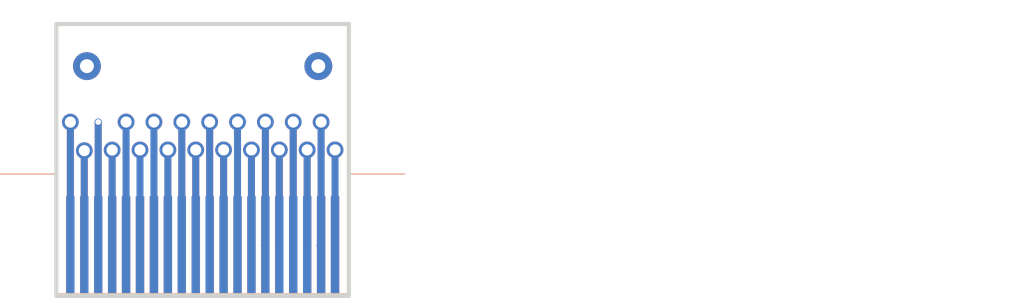
<source format=kicad_pcb>
(kicad_pcb (version 20171130) (host pcbnew "(5.1.6-0-10_14)")

  (general
    (thickness 0.4)
    (drawings 6)
    (tracks 115)
    (zones 0)
    (modules 6)
    (nets 1)
  )

  (page A4)
  (title_block
    (company "Universidade Federal de Minas Gerais")
    (comment 2 "Márcio Flávio Dutra Moraes")
    (comment 3 "Leonardo de Oliveira Guarnieri")
    (comment 4 "Flávio Afonso Gonçalves Mourão")
  )

  (layers
    (0 F.Cu signal)
    (31 B.Cu signal)
    (32 B.Adhes user)
    (33 F.Adhes user)
    (34 B.Paste user)
    (35 F.Paste user)
    (36 B.SilkS user)
    (37 F.SilkS user)
    (38 B.Mask user)
    (39 F.Mask user)
    (40 Dwgs.User user hide)
    (41 Cmts.User user)
    (42 Eco1.User user)
    (43 Eco2.User user)
    (44 Edge.Cuts user)
    (45 Margin user)
    (46 B.CrtYd user hide)
    (47 F.CrtYd user hide)
    (48 B.Fab user hide)
    (49 F.Fab user hide)
  )

  (setup
    (last_trace_width 0.25)
    (user_trace_width 0.3)
    (trace_clearance 0.19)
    (zone_clearance 0.508)
    (zone_45_only no)
    (trace_min 0.2)
    (via_size 0.6)
    (via_drill 0.4)
    (via_min_size 0.25)
    (via_min_drill 0.125)
    (user_via 0.25 0.125)
    (uvia_size 0.3)
    (uvia_drill 0.1)
    (uvias_allowed no)
    (uvia_min_size 0.2)
    (uvia_min_drill 0.1)
    (edge_width 0.15)
    (segment_width 0.2)
    (pcb_text_width 0.3)
    (pcb_text_size 1.5 1.5)
    (mod_edge_width 0.15)
    (mod_text_size 1 1)
    (mod_text_width 0.15)
    (pad_size 2.2 2.2)
    (pad_drill 2.2)
    (pad_to_mask_clearance 0.2)
    (aux_axis_origin 0 0)
    (visible_elements 7FFFFFFF)
    (pcbplotparams
      (layerselection 0x010f0_80000001)
      (usegerberextensions false)
      (usegerberattributes true)
      (usegerberadvancedattributes true)
      (creategerberjobfile true)
      (excludeedgelayer true)
      (linewidth 0.100000)
      (plotframeref false)
      (viasonmask false)
      (mode 1)
      (useauxorigin false)
      (hpglpennumber 1)
      (hpglpenspeed 20)
      (hpglpendiameter 15.000000)
      (psnegative false)
      (psa4output false)
      (plotreference true)
      (plotvalue true)
      (plotinvisibletext false)
      (padsonsilk false)
      (subtractmaskfromsilk false)
      (outputformat 1)
      (mirror false)
      (drillshape 0)
      (scaleselection 1)
      (outputdirectory "../../Arquivos Stick - Segunda Leva/Placa 4 - CapaceteV2/"))
  )

  (net 0 "")

  (net_class Default "This is the default net class."
    (clearance 0.19)
    (trace_width 0.25)
    (via_dia 0.6)
    (via_drill 0.4)
    (uvia_dia 0.3)
    (uvia_drill 0.1)
  )

  (module NNClib:FFCmale20_semvias (layer F.Cu) (tedit 5B2BA901) (tstamp 5B2BA2AD)
    (at 148.50364 104.9274)
    (path /5ABD2A68)
    (fp_text reference Edge1 (at -14.0462 10.25144) (layer Dwgs.User)
      (effects (font (size 1 1) (thickness 0.15)))
    )
    (fp_text value Conn_01x20 (at 2 -3.15) (layer F.Fab)
      (effects (font (size 1 1) (thickness 0.15)))
    )
    (fp_line (start -0.5 3.5) (end -0.5 1) (layer F.SilkS) (width 0.05))
    (fp_line (start 10 3.45) (end 10 1) (layer F.SilkS) (width 0.05))
    (fp_line (start 10 3.5) (end 10 3.45) (layer F.SilkS) (width 0.0508))
    (fp_line (start -0.5 3.5) (end 10 3.5) (layer F.SilkS) (width 0.05))
    (fp_line (start -0.5 -0.8) (end -2.5 -0.8) (layer F.SilkS) (width 0.05))
    (fp_line (start 10 -0.8) (end 12 -0.8) (layer F.SilkS) (width 0.05))
    (fp_line (start -0.5 1) (end -0.5 -0.5) (layer F.SilkS) (width 0.05))
    (fp_line (start 10 1) (end 10 -0.5) (layer F.SilkS) (width 0.05))
    (fp_line (start 10 -0.8) (end 10 -0.5) (layer F.SilkS) (width 0.05))
    (fp_line (start -0.5 -0.5) (end -0.5 -0.8) (layer F.SilkS) (width 0.05))
    (pad 1 smd rect (at 0 1.75) (size 0.3 3.5) (layers *.Paste *.Mask F.Cu))
    (pad 2 smd rect (at 0.5 1.75) (size 0.3 3.5) (layers *.Paste *.Mask F.Cu))
    (pad 3 smd rect (at 1 1.75) (size 0.3 3.5) (layers *.Paste *.Mask F.Cu))
    (pad 4 smd rect (at 1.5 1.75) (size 0.3 3.5) (layers *.Paste *.Mask F.Cu))
    (pad 5 smd rect (at 2 1.75) (size 0.3 3.5) (layers *.Paste *.Mask F.Cu))
    (pad 6 smd rect (at 2.5 1.75) (size 0.3 3.5) (layers *.Paste *.Mask F.Cu))
    (pad 7 smd rect (at 3 1.75) (size 0.3 3.5) (layers *.Paste *.Mask F.Cu))
    (pad 8 smd rect (at 3.5 1.75) (size 0.3 3.5) (layers *.Paste *.Mask F.Cu))
    (pad 9 smd rect (at 4 1.75) (size 0.3 3.5) (layers *.Paste *.Mask F.Cu))
    (pad 10 smd rect (at 4.5 1.75) (size 0.3 3.5) (layers *.Paste *.Mask F.Cu))
    (pad 11 smd rect (at 5 1.75) (size 0.3 3.5) (layers *.Paste *.Mask F.Cu))
    (pad 12 smd rect (at 5.5 1.75) (size 0.3 3.5) (layers *.Paste *.Mask F.Cu))
    (pad 13 smd rect (at 6 1.75) (size 0.3 3.5) (layers *.Paste *.Mask F.Cu))
    (pad 14 smd rect (at 6.5 1.75) (size 0.3 3.5) (layers *.Paste *.Mask F.Cu))
    (pad 15 smd rect (at 7 1.75) (size 0.3 3.5) (layers *.Paste *.Mask F.Cu))
    (pad 16 smd rect (at 7.5 1.75) (size 0.3 3.5) (layers *.Paste *.Mask F.Cu))
    (pad 17 smd rect (at 8 1.75) (size 0.3 3.5) (layers *.Paste *.Mask F.Cu))
    (pad 18 smd rect (at 8.5 1.75) (size 0.3 3.5) (layers *.Paste *.Mask F.Cu))
    (pad 19 smd rect (at 9 1.75) (size 0.3 3.5) (layers *.Paste *.Mask F.Cu))
    (pad 20 smd rect (at 9.5 1.75) (size 0.3 3.5) (layers *.Paste *.Mask F.Cu))
  )

  (module MountingHole:MountingHole_2.2mm_M2 (layer F.Cu) (tedit 5B3B7FE2) (tstamp 5B4715BE)
    (at 151.7015 100.3554)
    (descr "Mounting Hole 2.2mm, no annular, M2")
    (tags "mounting hole 2.2mm no annular m2")
    (attr virtual)
    (fp_text reference REF** (at 24.511 -9.779) (layer Dwgs.User)
      (effects (font (size 1 1) (thickness 0.15)))
    )
    (fp_text value MountingHole_2.2mm_M2 (at 31.496 5.969) (layer Dwgs.User)
      (effects (font (size 1 1) (thickness 0.15)))
    )
    (fp_circle (center 0 0) (end 2.45 0) (layer F.CrtYd) (width 0.05))
    (fp_circle (center 0 0) (end 2.2 0) (layer Cmts.User) (width 0.15))
    (fp_text user %R (at 25.654 2.0955) (layer Dwgs.User)
      (effects (font (size 1 1) (thickness 0.15)))
    )
    (pad 1 np_thru_hole circle (at 0 0) (size 2.2 2.2) (drill 2.2) (layers *.Cu *.Mask))
  )

  (module MountingHole:MountingHole_2.2mm_M2 (layer F.Cu) (tedit 5B3B7FE2) (tstamp 603DD26F)
    (at 154.813 100.3554)
    (descr "Mounting Hole 2.2mm, no annular, M2")
    (tags "mounting hole 2.2mm no annular m2")
    (attr virtual)
    (fp_text reference REF** (at 24.511 -9.779) (layer Dwgs.User)
      (effects (font (size 1 1) (thickness 0.15)))
    )
    (fp_text value MountingHole_2.2mm_M2 (at 31.496 5.969) (layer Dwgs.User)
      (effects (font (size 1 1) (thickness 0.15)))
    )
    (fp_circle (center 0 0) (end 2.45 0) (layer F.CrtYd) (width 0.05))
    (fp_circle (center 0 0) (end 2.2 0) (layer Cmts.User) (width 0.15))
    (fp_text user %R (at 25.654 2.0955) (layer Dwgs.User)
      (effects (font (size 1 1) (thickness 0.15)))
    )
    (pad 1 np_thru_hole circle (at 0 0) (size 2.2 2.2) (drill 2.2) (layers *.Cu *.Mask))
  )

  (module NNClib:1pad (layer F.Cu) (tedit 5B3B6665) (tstamp 5B068003)
    (at 157.4038 100.2538)
    (descr "module 1 pin (ou trou mecanique de percage)")
    (tags DEV)
    (fp_text reference REF** (at 19.74 -3.99) (layer Dwgs.User) hide
      (effects (font (size 1 1) (thickness 0.15)))
    )
    (fp_text value 1pin (at -18.2711 6.2081) (layer F.Fab) hide
      (effects (font (size 1 1) (thickness 0.15)))
    )
    (pad 1 thru_hole circle (at 0 0) (size 1 1) (drill 0.5) (layers *.Cu *.Mask))
  )

  (module NNClib:1pad (layer F.Cu) (tedit 5B3B6667) (tstamp 5B067FF0)
    (at 149.098 100.2538)
    (descr "module 1 pin (ou trou mecanique de percage)")
    (tags DEV)
    (fp_text reference REF** (at 22.502 -1.196) (layer Dwgs.User) hide
      (effects (font (size 1 1) (thickness 0.15)))
    )
    (fp_text value 1pin (at -16.1568 3.6554) (layer F.Fab) hide
      (effects (font (size 1 1) (thickness 0.15)))
    )
    (pad 1 thru_hole circle (at 0 0) (size 1 1) (drill 0.5) (layers *.Cu *.Mask))
  )

  (module NNClib:FFCmale20_semvias (layer B.Cu) (tedit 5B2BA8FE) (tstamp 5B2BA2CF)
    (at 158.00324 104.9274 180)
    (path /5B2BA1A3)
    (fp_text reference Edge2 (at 23.51024 -8.04164 180) (layer Dwgs.User)
      (effects (font (size 1 1) (thickness 0.15)))
    )
    (fp_text value Conn_01x20 (at 2 3.15 180) (layer B.Fab)
      (effects (font (size 1 1) (thickness 0.15)) (justify mirror))
    )
    (fp_line (start -0.5 -3.5) (end -0.5 -1) (layer B.SilkS) (width 0.05))
    (fp_line (start 10 -3.45) (end 10 -1) (layer B.SilkS) (width 0.05))
    (fp_line (start 10 -3.5) (end 10 -3.45) (layer B.SilkS) (width 0.0508))
    (fp_line (start -0.5 -3.5) (end 10 -3.5) (layer B.SilkS) (width 0.05))
    (fp_line (start -0.5 0.8) (end -2.5 0.8) (layer B.SilkS) (width 0.05))
    (fp_line (start 10 0.8) (end 12 0.8) (layer B.SilkS) (width 0.05))
    (fp_line (start -0.5 -1) (end -0.5 0.5) (layer B.SilkS) (width 0.05))
    (fp_line (start 10 -1) (end 10 0.5) (layer B.SilkS) (width 0.05))
    (fp_line (start 10 0.8) (end 10 0.5) (layer B.SilkS) (width 0.05))
    (fp_line (start -0.5 0.5) (end -0.5 0.8) (layer B.SilkS) (width 0.05))
    (pad 1 smd rect (at 0 -1.75 180) (size 0.3 3.5) (layers *.Paste *.Mask B.Cu))
    (pad 2 smd rect (at 0.5 -1.75 180) (size 0.3 3.5) (layers *.Paste *.Mask B.Cu))
    (pad 3 smd rect (at 1 -1.75 180) (size 0.3 3.5) (layers *.Paste *.Mask B.Cu))
    (pad 4 smd rect (at 1.5 -1.75 180) (size 0.3 3.5) (layers *.Paste *.Mask B.Cu))
    (pad 5 smd rect (at 2 -1.75 180) (size 0.3 3.5) (layers *.Paste *.Mask B.Cu))
    (pad 6 smd rect (at 2.5 -1.75 180) (size 0.3 3.5) (layers *.Paste *.Mask B.Cu))
    (pad 7 smd rect (at 3 -1.75 180) (size 0.3 3.5) (layers *.Paste *.Mask B.Cu))
    (pad 8 smd rect (at 3.5 -1.75 180) (size 0.3 3.5) (layers *.Paste *.Mask B.Cu))
    (pad 9 smd rect (at 4 -1.75 180) (size 0.3 3.5) (layers *.Paste *.Mask B.Cu))
    (pad 10 smd rect (at 4.5 -1.75 180) (size 0.3 3.5) (layers *.Paste *.Mask B.Cu))
    (pad 11 smd rect (at 5 -1.75 180) (size 0.3 3.5) (layers *.Paste *.Mask B.Cu))
    (pad 12 smd rect (at 5.5 -1.75 180) (size 0.3 3.5) (layers *.Paste *.Mask B.Cu))
    (pad 13 smd rect (at 6 -1.75 180) (size 0.3 3.5) (layers *.Paste *.Mask B.Cu))
    (pad 14 smd rect (at 6.5 -1.75 180) (size 0.3 3.5) (layers *.Paste *.Mask B.Cu))
    (pad 15 smd rect (at 7 -1.75 180) (size 0.3 3.5) (layers *.Paste *.Mask B.Cu))
    (pad 16 smd rect (at 7.5 -1.75 180) (size 0.3 3.5) (layers *.Paste *.Mask B.Cu))
    (pad 17 smd rect (at 8 -1.75 180) (size 0.3 3.5) (layers *.Paste *.Mask B.Cu))
    (pad 18 smd rect (at 8.5 -1.75 180) (size 0.3 3.5) (layers *.Paste *.Mask B.Cu))
    (pad 19 smd rect (at 9 -1.75 180) (size 0.3 3.5) (layers *.Paste *.Mask B.Cu))
    (pad 20 smd rect (at 9.5 -1.75 180) (size 0.3 3.5) (layers *.Paste *.Mask B.Cu))
  )

  (gr_line (start 148 98.7425) (end 158.496 98.7425) (layer Edge.Cuts) (width 0.15))
  (gr_line (start 158.496 98.7425) (end 158.5 98.7425) (layer Edge.Cuts) (width 0.15) (tstamp 603DD234))
  (gr_line (start 148.0058 104.1654) (end 160.6677 101.3587) (layer Dwgs.User) (width 0.15))
  (gr_line (start 158.5 108.5) (end 148 108.5) (angle 90) (layer Edge.Cuts) (width 0.15))
  (gr_line (start 158.5 108.5) (end 158.5 98.7425) (angle 90) (layer Edge.Cuts) (width 0.15))
  (gr_line (start 148 108.5) (end 148 98.7425) (angle 90) (layer Edge.Cuts) (width 0.15))

  (segment (start 148.50364 106.6774) (end 148.50364 106.67746) (width 0.25) (layer B.Cu) (net 0) (tstamp 603DBF68))
  (segment (start 148.999 106.6774) (end 149.00364 106.6774) (width 0.25) (layer B.Cu) (net 0) (tstamp 603DBF54))
  (segment (start 149.50364 106.6774) (end 149.50364 106.67924) (width 0.25) (layer B.Cu) (net 0) (tstamp 603DBF59))
  (segment (start 150.00364 106.6774) (end 150.00364 106.67606) (width 0.25) (layer B.Cu) (net 0) (tstamp 603DBF5A))
  (segment (start 151.00364 106.6774) (end 151.00364 106.69206) (width 0.25) (layer B.Cu) (net 0) (tstamp 603DBF67))
  (segment (start 151.50364 106.6774) (end 151.5009 106.6774) (width 0.25) (layer B.Cu) (net 0) (tstamp 603DBF65))
  (segment (start 152.00364 106.6774) (end 152.00364 106.66996) (width 0.25) (layer B.Cu) (net 0) (tstamp 603DBF58))
  (segment (start 152.50364 106.6774) (end 152.50364 106.65664) (width 0.25) (layer B.Cu) (net 0) (tstamp 603DBF66))
  (segment (start 153.00364 106.6774) (end 153.00364 106.67326) (width 0.25) (layer B.Cu) (net 0) (tstamp 603DBF5D))
  (segment (start 153.50364 106.6774) (end 153.50364 106.67874) (width 0.25) (layer B.Cu) (net 0) (tstamp 603DBF57))
  (segment (start 154.00364 106.6774) (end 154.0103 106.6774) (width 0.25) (layer B.Cu) (net 0) (tstamp 603DBF5E))
  (segment (start 154.50364 106.6774) (end 154.5056 106.6774) (width 0.25) (layer B.Cu) (net 0) (tstamp 603DBF63))
  (segment (start 155.00364 106.6774) (end 155.00364 106.67986) (width 0.25) (layer B.Cu) (net 0) (tstamp 603DBF55))
  (segment (start 155.50364 106.6774) (end 155.468641 106.6774) (width 0.25) (layer B.Cu) (net 0) (tstamp 603DBF56))
  (segment (start 156.00364 106.6774) (end 155.984 106.6774) (width 0.25) (layer B.Cu) (net 0) (tstamp 603DBF61))
  (segment (start 156.50364 106.6774) (end 156.5249 106.6774) (width 0.25) (layer B.Cu) (net 0) (tstamp 603DBF5B))
  (segment (start 157.00364 106.6774) (end 157.0202 106.6774) (width 0.25) (layer B.Cu) (net 0) (tstamp 603DBF5F))
  (segment (start 157.50364 106.6774) (end 157.4826 106.6774) (width 0.25) (layer B.Cu) (net 0) (tstamp 603DBF5C))
  (segment (start 157.4826 106.6774) (end 157.468641 106.691359) (width 0.25) (layer B.Cu) (net 0) (tstamp 603DBF62))
  (segment (start 158.00364 106.6774) (end 158.0108 106.6774) (width 0.25) (layer B.Cu) (net 0) (tstamp 603DBF60))
  (segment (start 148.50364 106.6774) (end 148.50364 106.67746) (width 0.25) (layer F.Cu) (net 0))
  (segment (start 148.999 106.6774) (end 149.00364 106.6774) (width 0.25) (layer F.Cu) (net 0))
  (segment (start 149.50364 106.6774) (end 149.50364 106.67924) (width 0.25) (layer F.Cu) (net 0))
  (segment (start 150.00364 106.6774) (end 150.00364 106.67606) (width 0.25) (layer F.Cu) (net 0))
  (segment (start 151.00364 106.6774) (end 151.00364 106.69206) (width 0.25) (layer F.Cu) (net 0))
  (segment (start 151.50364 106.6774) (end 151.5009 106.6774) (width 0.25) (layer F.Cu) (net 0))
  (segment (start 152.00364 106.6774) (end 152.00364 106.66996) (width 0.25) (layer F.Cu) (net 0))
  (segment (start 152.50364 106.6774) (end 152.50364 106.65664) (width 0.25) (layer F.Cu) (net 0))
  (segment (start 153.00364 106.6774) (end 153.00364 106.67326) (width 0.25) (layer F.Cu) (net 0))
  (segment (start 153.50364 106.6774) (end 153.50364 106.67874) (width 0.25) (layer F.Cu) (net 0))
  (segment (start 154.00364 106.6774) (end 154.0103 106.6774) (width 0.25) (layer F.Cu) (net 0))
  (segment (start 154.50364 106.6774) (end 154.5056 106.6774) (width 0.25) (layer F.Cu) (net 0))
  (segment (start 155.00364 106.6774) (end 155.00364 106.67986) (width 0.25) (layer F.Cu) (net 0))
  (segment (start 155.50364 106.6774) (end 155.468641 106.6774) (width 0.25) (layer F.Cu) (net 0))
  (segment (start 156.00364 106.6774) (end 155.984 106.6774) (width 0.25) (layer F.Cu) (net 0))
  (segment (start 156.50364 106.6774) (end 156.5249 106.6774) (width 0.25) (layer F.Cu) (net 0))
  (segment (start 157.00364 106.6774) (end 157.0202 106.6774) (width 0.25) (layer F.Cu) (net 0))
  (segment (start 157.4826 106.6774) (end 157.468641 106.691359) (width 0.25) (layer F.Cu) (net 0))
  (segment (start 157.50364 106.6774) (end 157.4826 106.6774) (width 0.25) (layer F.Cu) (net 0))
  (segment (start 158.00364 106.6774) (end 158.0108 106.6774) (width 0.25) (layer F.Cu) (net 0))
  (segment (start 158.00364 106.6774) (end 158.00364 103.26016) (width 0.25) (layer F.Cu) (net 0))
  (segment (start 157.50364 106.6774) (end 157.50364 102.26016) (width 0.25) (layer F.Cu) (net 0))
  (segment (start 157.00364 106.6774) (end 157.00364 103.26016) (width 0.25) (layer F.Cu) (net 0))
  (segment (start 156.50364 106.6774) (end 156.50364 102.26016) (width 0.25) (layer F.Cu) (net 0))
  (segment (start 156.00364 106.6774) (end 156.00364 103.26016) (width 0.25) (layer F.Cu) (net 0))
  (segment (start 155.50364 106.6774) (end 155.50364 102.26016) (width 0.25) (layer F.Cu) (net 0))
  (segment (start 155.00364 106.6774) (end 155.00364 103.26016) (width 0.25) (layer F.Cu) (net 0))
  (segment (start 154.50364 106.6774) (end 154.50364 102.26016) (width 0.25) (layer F.Cu) (net 0))
  (segment (start 154.00364 106.6774) (end 154.00364 103.26016) (width 0.25) (layer F.Cu) (net 0))
  (segment (start 153.50364 106.6774) (end 153.50364 102.26016) (width 0.25) (layer F.Cu) (net 0))
  (segment (start 153.00364 106.6774) (end 153.00364 103.26016) (width 0.25) (layer F.Cu) (net 0))
  (segment (start 152.50364 106.6774) (end 152.50364 102.26016) (width 0.25) (layer F.Cu) (net 0))
  (segment (start 152.00364 106.6774) (end 152.00364 103.26016) (width 0.25) (layer F.Cu) (net 0))
  (segment (start 151.50364 106.6774) (end 151.50364 102.26016) (width 0.25) (layer F.Cu) (net 0))
  (segment (start 151.00364 106.6774) (end 151.00364 103.26016) (width 0.25) (layer F.Cu) (net 0))
  (segment (start 150.50364 106.6774) (end 150.50364 102.26016) (width 0.25) (layer F.Cu) (net 0))
  (segment (start 149.50364 106.6774) (end 149.50364 102.27386) (width 0.25) (layer F.Cu) (net 0))
  (via (at 156.00364 103.26016) (size 0.6) (drill 0.4) (layers F.Cu B.Cu) (net 0))
  (via (at 155.00364 103.26016) (size 0.6) (drill 0.4) (layers F.Cu B.Cu) (net 0))
  (via (at 154.00364 103.26016) (size 0.6) (drill 0.4) (layers F.Cu B.Cu) (net 0))
  (via (at 153.00364 103.26016) (size 0.6) (drill 0.4) (layers F.Cu B.Cu) (net 0))
  (via (at 152.00364 103.26016) (size 0.6) (drill 0.4) (layers F.Cu B.Cu) (net 0))
  (via (at 151.00364 103.26016) (size 0.6) (drill 0.4) (layers F.Cu B.Cu) (net 0))
  (via (at 150.50364 102.26016) (size 0.6) (drill 0.4) (layers F.Cu B.Cu) (net 0))
  (via (at 151.50364 102.26016) (size 0.6) (drill 0.4) (layers F.Cu B.Cu) (net 0))
  (via (at 152.50364 102.26016) (size 0.6) (drill 0.4) (layers F.Cu B.Cu) (net 0))
  (via (at 153.50364 102.26016) (size 0.6) (drill 0.4) (layers F.Cu B.Cu) (net 0))
  (via (at 154.50364 102.26016) (size 0.6) (drill 0.4) (layers F.Cu B.Cu) (net 0))
  (via (at 155.50364 102.26016) (size 0.6) (drill 0.4) (layers F.Cu B.Cu) (net 0))
  (via (at 156.50364 102.26016) (size 0.6) (drill 0.4) (layers F.Cu B.Cu) (net 0))
  (via (at 157.50364 102.26016) (size 0.6) (drill 0.4) (layers F.Cu B.Cu) (net 0))
  (via (at 158.00364 103.26016) (size 0.6) (drill 0.4) (layers F.Cu B.Cu) (net 0))
  (segment (start 148.50364 106.6774) (end 148.50364 102.26294) (width 0.25) (layer F.Cu) (net 0))
  (segment (start 150.00364 103.26538) (end 150.00364 106.6774) (width 0.25) (layer F.Cu) (net 0) (tstamp 603DC921))
  (via (at 150.00364 103.26538) (size 0.6) (drill 0.4) (layers F.Cu B.Cu) (net 0))
  (segment (start 149.00364 103.28748) (end 149.00364 106.6774) (width 0.25) (layer F.Cu) (net 0) (tstamp 603DC923))
  (via (at 149.00364 103.28748) (size 0.6) (drill 0.4) (layers F.Cu B.Cu) (net 0))
  (via (at 148.50364 102.26294) (size 0.6) (drill 0.4) (layers F.Cu B.Cu) (net 0))
  (via (at 149.50364 102.26016) (size 0.25) (drill 0.2) (layers F.Cu B.Cu) (net 0))
  (segment (start 148.50364 106.33884) (end 148.50364 102.26294) (width 0.25) (layer B.Cu) (net 0))
  (segment (start 148.50324 106.33924) (end 148.50364 106.33884) (width 0.25) (layer B.Cu) (net 0))
  (segment (start 148.50324 106.6774) (end 148.50324 106.33924) (width 0.25) (layer B.Cu) (net 0))
  (segment (start 149.00324 106.6774) (end 149.00324 103.28788) (width 0.25) (layer B.Cu) (net 0))
  (segment (start 149.50324 106.6774) (end 149.50324 102.26056) (width 0.25) (layer B.Cu) (net 0))
  (segment (start 150.00324 106.6774) (end 150.00324 103.26578) (width 0.25) (layer B.Cu) (net 0))
  (segment (start 150.50324 106.6774) (end 150.50324 102.26056) (width 0.25) (layer B.Cu) (net 0))
  (segment (start 151.00324 106.6774) (end 151.00324 103.26056) (width 0.25) (layer B.Cu) (net 0))
  (segment (start 151.50324 106.6774) (end 151.50324 102.26056) (width 0.25) (layer B.Cu) (net 0))
  (segment (start 150.50364 106.6774) (end 150.4849 106.6774) (width 0.25) (layer F.Cu) (net 0))
  (segment (start 150.50364 106.6774) (end 150.4849 106.6774) (width 0.25) (layer B.Cu) (net 0) (tstamp 603DBF64))
  (segment (start 152.00324 106.6774) (end 152.00324 103.26056) (width 0.25) (layer B.Cu) (net 0))
  (segment (start 152.50324 106.6774) (end 152.50324 102.26056) (width 0.25) (layer B.Cu) (net 0))
  (segment (start 153.00364 106.677) (end 153.00324 106.6774) (width 0.25) (layer B.Cu) (net 0))
  (segment (start 153.00364 103.26016) (end 153.00364 106.677) (width 0.25) (layer B.Cu) (net 0))
  (segment (start 153.50364 106.677) (end 153.50324 106.6774) (width 0.25) (layer B.Cu) (net 0))
  (segment (start 153.50364 102.26016) (end 153.50364 106.677) (width 0.25) (layer B.Cu) (net 0))
  (segment (start 154.00364 106.677) (end 154.00324 106.6774) (width 0.25) (layer B.Cu) (net 0))
  (segment (start 154.00364 103.26016) (end 154.00364 106.677) (width 0.25) (layer B.Cu) (net 0))
  (segment (start 154.50364 106.677) (end 154.50324 106.6774) (width 0.25) (layer B.Cu) (net 0))
  (segment (start 154.50364 102.26016) (end 154.50364 106.677) (width 0.25) (layer B.Cu) (net 0))
  (segment (start 155.00364 106.677) (end 155.00324 106.6774) (width 0.25) (layer B.Cu) (net 0))
  (segment (start 155.00364 103.26016) (end 155.00364 106.677) (width 0.25) (layer B.Cu) (net 0))
  (segment (start 155.50364 106.677) (end 155.50324 106.6774) (width 0.25) (layer B.Cu) (net 0))
  (segment (start 155.50364 102.26016) (end 155.50364 106.677) (width 0.25) (layer B.Cu) (net 0))
  (segment (start 156.00364 106.677) (end 156.00324 106.6774) (width 0.25) (layer B.Cu) (net 0))
  (segment (start 156.00364 103.26016) (end 156.00364 106.677) (width 0.25) (layer B.Cu) (net 0))
  (segment (start 156.50364 106.677) (end 156.50324 106.6774) (width 0.25) (layer B.Cu) (net 0))
  (segment (start 156.50364 102.26016) (end 156.50364 106.677) (width 0.25) (layer B.Cu) (net 0))
  (segment (start 157.00364 106.677) (end 157.00324 106.6774) (width 0.25) (layer B.Cu) (net 0))
  (segment (start 157.00364 103.26016) (end 157.00364 106.677) (width 0.25) (layer B.Cu) (net 0))
  (segment (start 157.50364 106.677) (end 157.50324 106.6774) (width 0.25) (layer B.Cu) (net 0))
  (segment (start 157.50364 102.26016) (end 157.50364 106.677) (width 0.25) (layer B.Cu) (net 0))
  (segment (start 158.00364 106.677) (end 158.00324 106.6774) (width 0.25) (layer B.Cu) (net 0))
  (segment (start 158.00364 103.26016) (end 158.00364 106.677) (width 0.25) (layer B.Cu) (net 0))
  (via (at 157.00364 103.26016) (size 0.6) (drill 0.4) (layers F.Cu B.Cu) (net 0))

)

</source>
